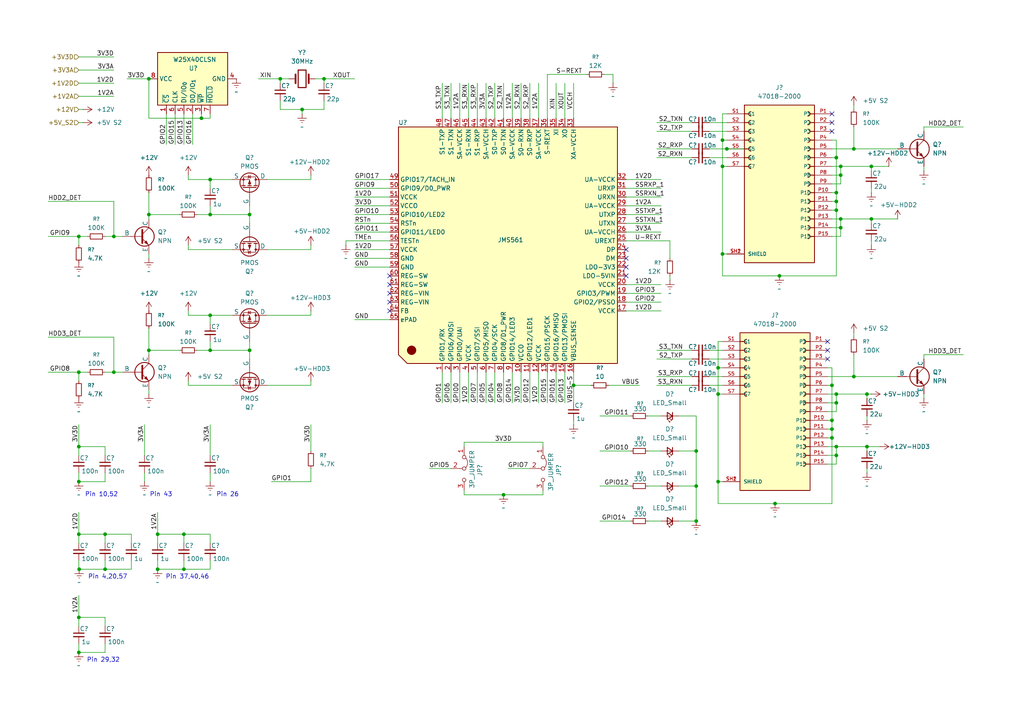
<source format=kicad_sch>
(kicad_sch (version 20250114) (generator "eeschema") (generator_version "9.0")
  (paper "A4")
  (text " Pin 26\n" (at 65.532 143.51 0) (effects (font (size 1.27 1.27))))
  (text "Pin 29,32" (at 29.972 191.516 0) (effects (font (size 1.27 1.27))))
  (text " Pin 43" (at 46.228 143.51 0) (effects (font (size 1.27 1.27))))
  (text "Pin 37,40,46" (at 54.356 167.386 0) (effects (font (size 1.27 1.27))))
  (text "Pin 4,20,57" (at 31.242 167.386 0) (effects (font (size 1.27 1.27))))
  (text " Pin 10,52" (at 28.956 143.51 0) (effects (font (size 1.27 1.27))))
  (junction (at 208.28 139.7))
  (junction (at 43.18 62.23))
  (junction (at 22.86 154.94))
  (junction (at 43.18 22.86))
  (junction (at 22.86 139.7))
  (junction (at 30.48 154.94))
  (junction (at 93.98 22.86))
  (junction (at 22.86 107.95))
  (junction (at 201.93 140.97))
  (junction (at 60.96 101.6))
  (junction (at 22.86 189.23))
  (junction (at 241.3 111.76))
  (junction (at 243.84 63.5))
  (junction (at 201.93 151.13))
  (junction (at 22.86 129.54))
  (junction (at 209.55 48.26))
  (junction (at 209.55 40.64))
  (junction (at 81.28 22.86))
  (junction (at 241.3 121.92))
  (junction (at 226.06 80.01))
  (junction (at 146.05 143.51))
  (junction (at 243.84 66.04))
  (junction (at 22.86 179.07))
  (junction (at 53.34 165.1))
  (junction (at 201.93 130.81))
  (junction (at 53.34 154.94))
  (junction (at 241.3 124.46))
  (junction (at 243.84 50.8))
  (junction (at 208.28 106.68))
  (junction (at 242.57 132.08))
  (junction (at 33.02 107.95))
  (junction (at 43.18 101.6))
  (junction (at 208.28 114.3))
  (junction (at 60.96 52.07))
  (junction (at 252.73 48.26))
  (junction (at 72.39 62.23))
  (junction (at 22.86 68.58))
  (junction (at 251.46 129.54))
  (junction (at 72.39 101.6))
  (junction (at 251.46 114.3))
  (junction (at 252.73 63.5))
  (junction (at 210.82 43.18))
  (junction (at 87.63 31.75))
  (junction (at 60.96 91.44))
  (junction (at 33.02 68.58))
  (junction (at 243.84 48.26))
  (junction (at 242.57 45.72))
  (junction (at 242.57 55.88))
  (junction (at 58.42 34.29))
  (junction (at 209.55 73.66))
  (junction (at 166.37 111.76))
  (junction (at 247.65 43.18))
  (junction (at 242.57 114.3))
  (junction (at 224.79 146.05))
  (junction (at 242.57 129.54))
  (junction (at 45.72 154.94))
  (junction (at 241.3 127))
  (junction (at 22.9625 165.1))
  (junction (at 242.57 116.84))
  (junction (at 242.57 58.42))
  (junction (at 30.48 165.1))
  (junction (at 247.65 109.22))
  (junction (at 60.96 62.23))
  (junction (at 242.57 60.96))
  (junction (at 45.72 165.1))
  (no_connect (at 181.61 72.39))
  (no_connect (at 241.3 38.1))
  (no_connect (at 113.03 85.09))
  (no_connect (at 113.03 80.01))
  (no_connect (at 113.03 87.63))
  (no_connect (at 241.3 33.02))
  (no_connect (at 181.61 77.47))
  (no_connect (at 241.3 35.56))
  (no_connect (at 113.03 82.55))
  (no_connect (at 240.03 104.14))
  (no_connect (at 181.61 80.01))
  (no_connect (at 240.03 99.06))
  (no_connect (at 113.03 90.17))
  (no_connect (at 181.61 74.93))
  (no_connect (at 240.03 101.6))
  (wire (pts (xy 60.96 139.7) (xy 60.96 137.16)))
  (wire (pts (xy 81.28 24.13) (xy 81.28 22.86)))
  (wire (pts (xy 30.48 107.95) (xy 33.02 107.95)))
  (wire (pts (xy 166.37 24.13) (xy 166.37 34.29)))
  (wire (pts (xy 241.3 60.96) (xy 242.57 60.96)))
  (wire (pts (xy 196.85 140.97) (xy 201.93 140.97)))
  (wire (pts (xy 251.46 121.92) (xy 251.46 120.65)))
  (wire (pts (xy 247.65 36.83) (xy 247.65 43.18)))
  (wire (pts (xy 181.61 59.69) (xy 191.77 59.69)))
  (wire (pts (xy 243.84 63.5) (xy 252.73 63.5)))
  (wire (pts (xy 247.65 43.18) (xy 260.35 43.18)))
  (wire (pts (xy 22.86 179.07) (xy 22.86 181.61)))
  (wire (pts (xy 93.98 31.75) (xy 93.98 29.21)))
  (wire (pts (xy 177.8 21.59) (xy 177.8 24.13)))
  (wire (pts (xy 241.3 66.04) (xy 243.84 66.04)))
  (wire (pts (xy 58.42 34.29) (xy 58.42 33.02)))
  (wire (pts (xy 33.02 68.58) (xy 33.02 58.42)))
  (wire (pts (xy 30.48 162.56) (xy 30.48 165.1)))
  (wire (pts (xy 22.86 137.16) (xy 22.86 139.7)))
  (wire (pts (xy 194.31 80.01) (xy 194.31 81.28)))
  (wire (pts (xy 113.03 64.77) (xy 102.87 64.77)))
  (wire (pts (xy 43.18 113.03) (xy 43.18 114.3)))
  (wire (pts (xy 133.35 107.95) (xy 133.35 116.84)))
  (wire (pts (xy 93.98 24.13) (xy 93.98 22.86)))
  (wire (pts (xy 38.1 157.48) (xy 38.1 154.94)))
  (wire (pts (xy 60.96 52.07) (xy 60.96 54.61)))
  (wire (pts (xy 60.96 34.29) (xy 58.42 34.29)))
  (wire (pts (xy 240.03 121.92) (xy 241.3 121.92)))
  (wire (pts (xy 81.28 22.86) (xy 83.82 22.86)))
  (wire (pts (xy 166.37 107.95) (xy 166.37 111.76)))
  (wire (pts (xy 93.98 22.86) (xy 102.87 22.86)))
  (wire (pts (xy 67.31 72.39) (xy 54.61 72.39)))
  (wire (pts (xy 60.96 165.1) (xy 53.34 165.1)))
  (wire (pts (xy 181.61 87.63) (xy 191.77 87.63)))
  (wire (pts (xy 130.81 34.29) (xy 130.81 24.13)))
  (wire (pts (xy 33.02 107.95) (xy 33.02 97.79)))
  (wire (pts (xy 181.61 90.17) (xy 191.77 90.17)))
  (wire (pts (xy 60.96 91.44) (xy 54.61 91.44)))
  (wire (pts (xy 205.74 109.22) (xy 209.55 109.22)))
  (wire (pts (xy 53.34 157.48) (xy 53.34 154.94)))
  (wire (pts (xy 43.18 95.25) (xy 43.18 101.6)))
  (wire (pts (xy 36.83 22.86) (xy 43.18 22.86)))
  (wire (pts (xy 90.17 135.89) (xy 90.17 139.7)))
  (wire (pts (xy 247.65 31.75) (xy 247.65 30.48)))
  (wire (pts (xy 53.34 33.02) (xy 53.34 41.91)))
  (wire (pts (xy 208.28 146.05) (xy 208.28 139.7)))
  (wire (pts (xy 87.63 31.75) (xy 93.98 31.75)))
  (wire (pts (xy 38.1 162.56) (xy 38.1 165.1)))
  (wire (pts (xy 60.96 59.69) (xy 60.96 62.23)))
  (wire (pts (xy 175.26 21.59) (xy 177.8 21.59)))
  (wire (pts (xy 58.42 34.29) (xy 43.18 34.29)))
  (wire (pts (xy 30.48 186.69) (xy 30.48 189.23)))
  (wire (pts (xy 173.99 140.97) (xy 182.88 140.97)))
  (wire (pts (xy 252.73 48.26) (xy 257.81 48.26)))
  (wire (pts (xy 22.9625 165.1) (xy 22.86 165.1)))
  (wire (pts (xy 113.03 52.07) (xy 102.87 52.07)))
  (wire (pts (xy 241.3 43.18) (xy 247.65 43.18)))
  (wire (pts (xy 143.51 107.95) (xy 143.51 116.84)))
  (wire (pts (xy 22.86 16.51) (xy 33.02 16.51)))
  (wire (pts (xy 74.93 22.86) (xy 81.28 22.86)))
  (wire (pts (xy 72.39 101.6) (xy 72.39 104.14)))
  (wire (pts (xy 215.9 43.18) (xy 210.82 43.18)))
  (wire (pts (xy 205.74 38.1) (xy 210.82 38.1)))
  (wire (pts (xy 113.03 54.61) (xy 102.87 54.61)))
  (wire (pts (xy 43.18 73.66) (xy 43.18 74.93)))
  (wire (pts (xy 60.96 52.07) (xy 54.61 52.07)))
  (wire (pts (xy 135.89 107.95) (xy 135.89 116.84)))
  (wire (pts (xy 138.43 107.95) (xy 138.43 116.84)))
  (wire (pts (xy 57.15 101.6) (xy 60.96 101.6)))
  (wire (pts (xy 22.86 31.75) (xy 24.13 31.75)))
  (wire (pts (xy 30.48 132.08) (xy 30.48 129.54)))
  (wire (pts (xy 100.33 71.12) (xy 100.33 69.85)))
  (wire (pts (xy 194.31 74.93) (xy 194.31 69.85)))
  (wire (pts (xy 134.62 143.51) (xy 146.05 143.51)))
  (wire (pts (xy 173.99 120.65) (xy 182.88 120.65)))
  (wire (pts (xy 54.61 50.8) (xy 54.61 52.07)))
  (wire (pts (xy 226.06 80.01) (xy 209.55 80.01)))
  (wire (pts (xy 181.61 64.77) (xy 191.77 64.77)))
  (wire (pts (xy 209.55 48.26) (xy 209.55 73.66)))
  (wire (pts (xy 208.28 139.7) (xy 208.28 114.3)))
  (wire (pts (xy 243.84 50.8) (xy 243.84 48.26)))
  (wire (pts (xy 209.55 99.06) (xy 208.28 99.06)))
  (wire (pts (xy 201.93 120.65) (xy 201.93 130.81)))
  (wire (pts (xy 158.75 21.59) (xy 158.75 34.29)))
  (wire (pts (xy 13.97 97.79) (xy 33.02 97.79)))
  (wire (pts (xy 166.37 123.19) (xy 166.37 121.92)))
  (wire (pts (xy 190.5 109.22) (xy 200.66 109.22)))
  (wire (pts (xy 53.34 154.94) (xy 45.72 154.94)))
  (wire (pts (xy 240.03 127) (xy 241.3 127)))
  (wire (pts (xy 22.86 123.19) (xy 22.86 129.54)))
  (wire (pts (xy 242.57 60.96) (xy 242.57 80.01)))
  (wire (pts (xy 128.27 107.95) (xy 128.27 116.84)))
  (wire (pts (xy 90.17 71.12) (xy 90.17 72.39)))
  (wire (pts (xy 243.84 66.04) (xy 243.84 63.5)))
  (wire (pts (xy 60.96 154.94) (xy 53.34 154.94)))
  (wire (pts (xy 22.86 129.54) (xy 22.86 132.08)))
  (wire (pts (xy 242.57 80.01) (xy 226.06 80.01)))
  (wire (pts (xy 43.18 63.5) (xy 43.18 62.23)))
  (wire (pts (xy 60.96 33.02) (xy 60.96 34.29)))
  (wire (pts (xy 22.86 172.72) (xy 22.86 179.07)))
  (wire (pts (xy 30.48 68.58) (xy 33.02 68.58)))
  (wire (pts (xy 205.74 45.72) (xy 210.82 45.72)))
  (wire (pts (xy 243.84 68.58) (xy 243.84 66.04)))
  (wire (pts (xy 30.48 189.23) (xy 22.86 189.23)))
  (wire (pts (xy 48.26 33.02) (xy 48.26 41.91)))
  (wire (pts (xy 166.37 111.76) (xy 166.37 116.84)))
  (wire (pts (xy 242.57 58.42) (xy 242.57 60.96)))
  (wire (pts (xy 210.82 33.02) (xy 209.55 33.02)))
  (wire (pts (xy 134.62 128.27) (xy 157.48 128.27)))
  (wire (pts (xy 181.61 57.15) (xy 191.77 57.15)))
  (wire (pts (xy 241.3 111.76) (xy 241.3 106.68)))
  (wire (pts (xy 22.86 148.59) (xy 22.86 154.94)))
  (wire (pts (xy 60.96 123.19) (xy 60.96 132.08)))
  (wire (pts (xy 134.62 142.24) (xy 134.62 143.51)))
  (wire (pts (xy 240.03 106.68) (xy 241.3 106.68)))
  (wire (pts (xy 113.03 74.93) (xy 102.87 74.93)))
  (wire (pts (xy 43.18 55.88) (xy 43.18 62.23)))
  (wire (pts (xy 208.28 114.3) (xy 208.28 106.68)))
  (wire (pts (xy 78.74 139.7) (xy 90.17 139.7)))
  (wire (pts (xy 45.72 148.59) (xy 45.72 154.94)))
  (wire (pts (xy 60.96 91.44) (xy 67.31 91.44)))
  (wire (pts (xy 241.3 55.88) (xy 242.57 55.88)))
  (wire (pts (xy 252.73 69.85) (xy 252.73 71.12)))
  (wire (pts (xy 247.65 102.87) (xy 247.65 109.22)))
  (wire (pts (xy 194.31 69.85) (xy 181.61 69.85)))
  (wire (pts (xy 43.18 62.23) (xy 52.07 62.23)))
  (wire (pts (xy 77.47 72.39) (xy 90.17 72.39)))
  (wire (pts (xy 208.28 99.06) (xy 208.28 106.68)))
  (wire (pts (xy 243.84 53.34) (xy 243.84 50.8)))
  (wire (pts (xy 209.55 48.26) (xy 210.82 48.26)))
  (wire (pts (xy 146.05 107.95) (xy 146.05 116.84)))
  (wire (pts (xy 251.46 114.3) (xy 252.73 114.3)))
  (wire (pts (xy 252.73 63.5) (xy 260.35 63.5)))
  (wire (pts (xy 241.3 58.42) (xy 242.57 58.42)))
  (wire (pts (xy 242.57 129.54) (xy 251.46 129.54)))
  (wire (pts (xy 130.81 107.95) (xy 130.81 116.84)))
  (wire (pts (xy 140.97 34.29) (xy 140.97 24.13)))
  (wire (pts (xy 240.03 134.62) (xy 242.57 134.62)))
  (wire (pts (xy 240.03 116.84) (xy 242.57 116.84)))
  (wire (pts (xy 208.28 106.68) (xy 209.55 106.68)))
  (wire (pts (xy 148.59 34.29) (xy 148.59 24.13)))
  (wire (pts (xy 196.85 120.65) (xy 201.93 120.65)))
  (wire (pts (xy 267.97 102.87) (xy 279.4 102.87)))
  (wire (pts (xy 209.55 139.7) (xy 208.28 139.7)))
  (wire (pts (xy 156.21 34.29) (xy 156.21 24.13)))
  (wire (pts (xy 241.3 63.5) (xy 243.84 63.5)))
  (wire (pts (xy 181.61 52.07) (xy 191.77 52.07)))
  (wire (pts (xy 163.83 107.95) (xy 163.83 116.84)))
  (wire (pts (xy 209.55 80.01) (xy 209.55 73.66)))
  (wire (pts (xy 251.46 130.81) (xy 251.46 129.54)))
  (wire (pts (xy 241.3 146.05) (xy 224.79 146.05)))
  (wire (pts (xy 128.27 34.29) (xy 128.27 24.13)))
  (wire (pts (xy 187.96 140.97) (xy 191.77 140.97)))
  (wire (pts (xy 81.28 31.75) (xy 87.63 31.75)))
  (wire (pts (xy 77.47 52.07) (xy 90.17 52.07)))
  (wire (pts (xy 22.86 20.32) (xy 33.02 20.32)))
  (wire (pts (xy 161.29 107.95) (xy 161.29 116.84)))
  (wire (pts (xy 187.96 151.13) (xy 191.77 151.13)))
  (wire (pts (xy 45.72 154.94) (xy 45.72 157.48)))
  (wire (pts (xy 181.61 67.31) (xy 191.77 67.31)))
  (wire (pts (xy 43.18 101.6) (xy 52.07 101.6)))
  (wire (pts (xy 210.82 73.66) (xy 209.55 73.66)))
  (wire (pts (xy 90.17 110.49) (xy 90.17 111.76)))
  (wire (pts (xy 72.39 62.23) (xy 72.39 59.69)))
  (wire (pts (xy 181.61 62.23) (xy 191.77 62.23)))
  (wire (pts (xy 90.17 123.19) (xy 90.17 130.81)))
  (wire (pts (xy 22.86 107.95) (xy 25.4 107.95)))
  (wire (pts (xy 133.35 34.29) (xy 133.35 24.13)))
  (wire (pts (xy 130.81 135.89) (xy 124.46 135.89)))
  (wire (pts (xy 240.03 124.46) (xy 241.3 124.46)))
  (wire (pts (xy 22.86 24.13) (xy 33.02 24.13)))
  (wire (pts (xy 190.5 45.72) (xy 200.66 45.72)))
  (wire (pts (xy 173.99 151.13) (xy 182.88 151.13)))
  (wire (pts (xy 243.84 48.26) (xy 252.73 48.26)))
  (wire (pts (xy 161.29 34.29) (xy 161.29 24.13)))
  (wire (pts (xy 156.21 107.95) (xy 156.21 116.84)))
  (wire (pts (xy 157.48 143.51) (xy 157.48 142.24)))
  (wire (pts (xy 30.48 165.1) (xy 22.9625 165.1)))
  (wire (pts (xy 251.46 129.54) (xy 255.27 129.54)))
  (wire (pts (xy 241.3 121.92) (xy 241.3 124.46)))
  (wire (pts (xy 190.5 104.14) (xy 200.66 104.14)))
  (wire (pts (xy 91.44 22.86) (xy 93.98 22.86)))
  (wire (pts (xy 41.91 123.19) (xy 41.91 132.08)))
  (wire (pts (xy 30.48 157.48) (xy 30.48 154.94)))
  (wire (pts (xy 201.93 151.13) (xy 196.85 151.13)))
  (wire (pts (xy 267.97 38.1) (xy 267.97 36.83)))
  (wire (pts (xy 135.89 34.29) (xy 135.89 24.13)))
  (wire (pts (xy 30.48 137.16) (xy 30.48 139.7)))
  (wire (pts (xy 241.3 48.26) (xy 243.84 48.26)))
  (wire (pts (xy 77.47 111.76) (xy 90.17 111.76)))
  (wire (pts (xy 54.61 71.12) (xy 54.61 72.39)))
  (wire (pts (xy 53.34 165.1) (xy 45.72 165.1)))
  (wire (pts (xy 60.96 162.56) (xy 60.96 165.1)))
  (wire (pts (xy 210.82 40.64) (xy 209.55 40.64)))
  (wire (pts (xy 158.75 107.95) (xy 158.75 116.84)))
  (wire (pts (xy 251.46 115.57) (xy 251.46 114.3)))
  (wire (pts (xy 30.48 181.61) (xy 30.48 179.07)))
  (wire (pts (xy 100.33 69.85) (xy 113.03 69.85)))
  (wire (pts (xy 140.97 107.95) (xy 140.97 116.84)))
  (wire (pts (xy 241.3 127) (xy 241.3 146.05)))
  (wire (pts (xy 241.3 50.8) (xy 243.84 50.8)))
  (wire (pts (xy 113.03 57.15) (xy 102.87 57.15)))
  (wire (pts (xy 181.61 82.55) (xy 191.77 82.55)))
  (wire (pts (xy 146.05 143.51) (xy 157.48 143.51)))
  (wire (pts (xy 242.57 55.88) (xy 242.57 58.42)))
  (wire (pts (xy 22.86 35.56) (xy 24.13 35.56)))
  (wire (pts (xy 87.63 31.75) (xy 87.63 33.02)))
  (wire (pts (xy 252.73 64.77) (xy 252.73 63.5)))
  (wire (pts (xy 181.61 54.61) (xy 191.77 54.61)))
  (wire (pts (xy 90.17 50.8) (xy 90.17 52.07)))
  (wire (pts (xy 43.18 102.87) (xy 43.18 101.6)))
  (wire (pts (xy 60.96 62.23) (xy 72.39 62.23)))
  (wire (pts (xy 60.96 157.48) (xy 60.96 154.94)))
  (wire (pts (xy 267.97 114.3) (xy 267.97 115.57)))
  (wire (pts (xy 252.73 55.88) (xy 252.73 54.61)))
  (wire (pts (xy 242.57 119.38) (xy 242.57 116.84)))
  (wire (pts (xy 190.5 111.76) (xy 200.66 111.76)))
  (wire (pts (xy 151.13 34.29) (xy 151.13 24.13)))
  (wire (pts (xy 224.79 146.05) (xy 208.28 146.05)))
  (wire (pts (xy 22.86 68.58) (xy 25.4 68.58)))
  (wire (pts (xy 30.48 129.54) (xy 22.86 129.54)))
  (wire (pts (xy 181.61 85.09) (xy 191.77 85.09)))
  (wire (pts (xy 45.72 162.56) (xy 45.72 165.1)))
  (wire (pts (xy 41.91 139.7) (xy 41.91 137.16)))
  (wire (pts (xy 22.86 154.94) (xy 22.86 157.48)))
  (wire (pts (xy 173.99 130.81) (xy 182.88 130.81)))
  (wire (pts (xy 55.88 33.02) (xy 55.88 41.91)))
  (wire (pts (xy 171.45 111.76) (xy 166.37 111.76)))
  (wire (pts (xy 38.1 154.94) (xy 30.48 154.94)))
  (wire (pts (xy 209.55 40.64) (xy 209.55 48.26)))
  (wire (pts (xy 13.97 68.58) (xy 22.86 68.58)))
  (wire (pts (xy 241.3 124.46) (xy 241.3 127)))
  (wire (pts (xy 201.93 130.81) (xy 201.93 140.97)))
  (wire (pts (xy 90.17 90.17) (xy 90.17 91.44)))
  (wire (pts (xy 240.03 132.08) (xy 242.57 132.08)))
  (wire (pts (xy 242.57 116.84) (xy 242.57 114.3)))
  (wire (pts (xy 190.5 43.18) (xy 200.66 43.18)))
  (wire (pts (xy 60.96 91.44) (xy 60.96 93.98)))
  (wire (pts (xy 240.03 119.38) (xy 242.57 119.38)))
  (wire (pts (xy 22.86 186.69) (xy 22.86 189.23)))
  (wire (pts (xy 30.48 139.7) (xy 22.86 139.7)))
  (wire (pts (xy 147.32 135.89) (xy 153.67 135.89)))
  (wire (pts (xy 205.74 104.14) (xy 209.55 104.14)))
  (wire (pts (xy 67.31 111.76) (xy 54.61 111.76)))
  (wire (pts (xy 43.18 34.29) (xy 43.18 22.86)))
  (wire (pts (xy 240.03 129.54) (xy 242.57 129.54)))
  (wire (pts (xy 267.97 48.26) (xy 267.97 49.53)))
  (wire (pts (xy 30.48 179.07) (xy 22.86 179.07)))
  (wire (pts (xy 240.03 109.22) (xy 247.65 109.22)))
  (wire (pts (xy 13.97 107.95) (xy 22.86 107.95)))
  (wire (pts (xy 176.53 111.76) (xy 185.42 111.76)))
  (wire (pts (xy 134.62 129.54) (xy 134.62 128.27)))
  (wire (pts (xy 163.83 34.29) (xy 163.83 24.13)))
  (wire (pts (xy 22.86 162.56) (xy 22.86 165.1)))
  (wire (pts (xy 113.03 67.31) (xy 102.87 67.31)))
  (wire (pts (xy 242.57 114.3) (xy 251.46 114.3)))
  (wire (pts (xy 242.57 132.08) (xy 242.57 129.54)))
  (wire (pts (xy 72.39 62.23) (xy 72.39 64.77)))
  (wire (pts (xy 77.47 91.44) (xy 90.17 91.44)))
  (wire (pts (xy 201.93 140.97) (xy 201.93 151.13)))
  (wire (pts (xy 241.3 68.58) (xy 243.84 68.58)))
  (wire (pts (xy 267.97 104.14) (xy 267.97 102.87)))
  (wire (pts (xy 205.74 111.76) (xy 209.55 111.76)))
  (wire (pts (xy 196.85 130.81) (xy 201.93 130.81)))
  (wire (pts (xy 57.15 62.23) (xy 60.96 62.23)))
  (wire (pts (xy 242.57 134.62) (xy 242.57 132.08)))
  (wire (pts (xy 22.86 27.94) (xy 33.02 27.94)))
  (wire (pts (xy 113.03 62.23) (xy 102.87 62.23)))
  (wire (pts (xy 60.96 99.06) (xy 60.96 101.6)))
  (wire (pts (xy 38.1 165.1) (xy 30.48 165.1)))
  (wire (pts (xy 209.55 33.02) (xy 209.55 40.64)))
  (wire (pts (xy 190.5 38.1) (xy 200.66 38.1)))
  (wire (pts (xy 138.43 34.29) (xy 138.43 24.13)))
  (wire (pts (xy 81.28 29.21) (xy 81.28 31.75)))
  (wire (pts (xy 33.02 107.95) (xy 35.56 107.95)))
  (wire (pts (xy 72.39 101.6) (xy 72.39 99.06)))
  (wire (pts (xy 242.57 45.72) (xy 242.57 55.88)))
  (wire (pts (xy 53.34 162.56) (xy 53.34 165.1)))
  (wire (pts (xy 267.97 36.83) (xy 279.4 36.83)))
  (wire (pts (xy 148.59 107.95) (xy 148.59 116.84)))
  (wire (pts (xy 60.96 52.07) (xy 67.31 52.07)))
  (wire (pts (xy 113.03 59.69) (xy 102.87 59.69)))
  (wire (pts (xy 247.65 109.22) (xy 260.35 109.22)))
  (wire (pts (xy 158.75 21.59) (xy 170.18 21.59)))
  (wire (pts (xy 33.02 68.58) (xy 35.56 68.58)))
  (wire (pts (xy 209.55 114.3) (xy 208.28 114.3)))
  (wire (pts (xy 113.03 92.71) (xy 102.87 92.71)))
  (wire (pts (xy 153.67 34.29) (xy 153.67 24.13)))
  (wire (pts (xy 22.86 110.49) (xy 22.86 107.95)))
  (wire (pts (xy 153.67 107.95) (xy 153.67 116.84)))
  (wire (pts (xy 241.3 53.34) (xy 243.84 53.34)))
  (wire (pts (xy 146.05 34.29) (xy 146.05 24.13)))
  (wire (pts (xy 13.97 58.42) (xy 33.02 58.42)))
  (wire (pts (xy 54.61 90.17) (xy 54.61 91.44)))
  (wire (pts (xy 113.03 77.47) (xy 102.87 77.47)))
  (wire (pts (xy 205.74 35.56) (xy 210.82 35.56)))
  (wire (pts (xy 190.5 35.56) (xy 200.66 35.56)))
  (wire (pts (xy 240.03 114.3) (xy 242.57 114.3)))
  (wire (pts (xy 190.5 101.6) (xy 200.66 101.6)))
  (wire (pts (xy 241.3 45.72) (xy 242.57 45.72)))
  (wire (pts (xy 187.96 120.65) (xy 191.77 120.65)))
  (wire (pts (xy 252.73 49.53) (xy 252.73 48.26)))
  (wire (pts (xy 241.3 111.76) (xy 241.3 121.92)))
  (wire (pts (xy 113.03 72.39) (xy 102.87 72.39)))
  (wire (pts (xy 241.3 40.64) (xy 242.57 40.64)))
  (wire (pts (xy 157.48 128.27) (xy 157.48 129.54)))
  (wire (pts (xy 30.48 154.94) (xy 22.86 154.94)))
  (wire (pts (xy 247.65 97.79) (xy 247.65 96.52)))
  (wire (pts (xy 205.74 43.18) (xy 210.82 43.18)))
  (wire (pts (xy 251.46 135.89) (xy 251.46 137.16)))
  (wire (pts (xy 54.61 110.49) (xy 54.61 111.76)))
  (wire (pts (xy 240.03 111.76) (xy 241.3 111.76)))
  (wire (pts (xy 22.86 71.12) (xy 22.86 68.58)))
  (wire (pts (xy 151.13 107.95) (xy 151.13 116.84)))
  (wire (pts (xy 60.96 101.6) (xy 72.39 101.6)))
  (wire (pts (xy 205.74 101.6) (xy 209.55 101.6)))
  (wire (pts (xy 50.8 33.02) (xy 50.8 41.91)))
  (wire (pts (xy 187.96 130.81) (xy 191.77 130.81)))
  (wire (pts (xy 242.57 45.72) (xy 242.57 40.64)))
  (wire (pts (xy 143.51 34.29) (xy 143.51 24.13)))
  (label "HDD3_DET" (at 269.24 102.87 0))
  (label "GPIO16" (at 55.88 41.91 90))
  (label "GPIO10" (at 175.26 130.81 0))
  (label "3V3A" (at 41.91 128.27 90))
  (label "S2_TXN" (at 146.05 31.75 90))
  (label "VBUS-S" (at 166.37 116.84 90))
  (label "GPIO13" (at 53.34 41.91 90))
  (label "1V2D" (at 156.21 116.84 90))
  (label "1V2D" (at 22.86 153.67 90))
  (label "SSTXN_1" (at 184.15 64.77 0))
  (label "1V2A" (at 45.72 153.67 90))
  (label "U-REXT" (at 184.15 69.85 0))
  (label "3V3D" (at 151.13 116.84 90))
  (label "1V2D" (at 184.15 52.07 0))
  (label "GPIO2" (at 184.15 87.63 0))
  (label "S3_RXP" (at 138.43 31.75 90))
  (label "SSTXP_1" (at 184.15 62.23 0))
  (label "GPIO11" (at 102.87 67.31 0))
  (label "3V3D" (at 90.17 128.27 90))
  (label "GPIO16" (at 161.29 116.84 90))
  (label "VBUS" (at 185.42 111.76 180))
  (label "GPIO5" (at 140.97 116.84 90))
  (label "3V3D" (at 41.91 22.86 180))
  (label "S2_TXP" (at 198.12 38.1 180))
  (label "S2_RXP" (at 198.12 43.18 180))
  (label "GPIO9" (at 102.87 54.61 0))
  (label "S3_TXN" (at 198.12 101.6 180))
  (label "GPIO4" (at 143.51 116.84 90))
  (label "GPIO7" (at 138.43 116.84 90))
  (label "1V2D" (at 102.87 72.39 0))
  (label "S3_TXN" (at 130.81 31.75 90))
  (label "3V3A" (at 184.15 67.31 0))
  (label "RSTn" (at 102.87 64.77 0))
  (label "S-REXT" (at 161.29 21.59 0))
  (label "3V3A" (at 33.02 20.32 180))
  (label "GPIO3" (at 184.15 85.09 0))
  (label "1V2A" (at 133.35 31.75 90))
  (label "TMEn" (at 102.87 69.85 0))
  (label "1V2A" (at 156.21 31.75 90))
  (label "XOUT" (at 163.83 31.75 90))
  (label "1V2A" (at 22.86 177.8 90))
  (label "1V2D" (at 102.87 57.15 0))
  (label "GPIO6" (at 130.81 116.84 90))
  (label "GPIO15" (at 158.75 116.84 90))
  (label "GPIO13" (at 163.83 116.84 90))
  (label "1V2A" (at 33.02 27.94 180))
  (label "GPIO8" (at 20.32 107.95 180))
  (label "HDD2_DET" (at 13.97 58.42 0))
  (label "SSRXN_1" (at 184.15 57.15 0))
  (label "3V3D" (at 33.02 16.51 180))
  (label "GPIO12" (at 175.26 140.97 0))
  (label "GPIO8" (at 146.05 116.84 90))
  (label "XIN" (at 161.29 31.75 90))
  (label "GPIO10" (at 102.87 62.23 0))
  (label "S2_TXN" (at 198.12 35.56 180))
  (label "GPIO5" (at 124.46 135.89 0))
  (label "S3_TXP" (at 128.27 31.75 90))
  (label "S3_RXN" (at 198.12 111.76 180))
  (label "S2_TXP" (at 198.12 104.14 180))
  (label "GPIO9" (at 20.32 68.58 180))
  (label "HDD3_DET" (at 13.97 97.79 0))
  (label "1V2D" (at 184.15 82.55 0))
  (label "GPIO15" (at 50.8 41.91 90))
  (label "GPIO14" (at 148.59 116.84 90))
  (label "3V3D" (at 22.86 128.27 90))
  (label "3V3A" (at 60.96 128.27 90))
  (label "S2_RXN" (at 151.13 31.75 90))
  (label "1V2A" (at 184.15 59.69 0))
  (label "VCCH" (at 166.37 31.75 90))
  (label "GND" (at 102.87 74.93 0))
  (label "GND" (at 102.87 77.47 0))
  (label "S3_RXN" (at 135.89 31.75 90))
  (label "XOUT" (at 101.6 22.86 180))
  (label "XIN" (at 78.74 22.86 180))
  (label "GND" (at 102.87 92.71 0))
  (label "3V3A" (at 140.97 31.75 90))
  (label "1V2A" (at 148.59 31.75 90))
  (label "HDD2_DET" (at 269.24 36.83 0))
  (label "GPIO17" (at 102.87 52.07 0))
  (label "SSRXP_1" (at 184.15 54.61 0))
  (label "GPIO1" (at 128.27 116.84 90))
  (label "3V3D" (at 102.87 59.69 0))
  (label "3V3D" (at 143.51 128.27 0))
  (label "S3_RXP" (at 198.12 109.22 180))
  (label "GPIO12" (at 153.67 116.84 90))
  (label "1V2D" (at 33.02 24.13 180))
  (label "GPIO14" (at 181.61 151.13 180))
  (label "GPIO2" (at 48.26 41.91 90))
  (label "GPIO11" (at 175.26 120.65 0))
  (label "S2_TXP" (at 143.51 31.75 90))
  (label "1V2D" (at 135.89 116.84 90))
  (label "GPIO1" (at 78.74 139.7 0))
  (label "1V2D" (at 184.15 90.17 0))
  (label "GPIO7" (at 147.32 135.89 0))
  (label "S2_RXP" (at 153.67 31.75 90))
  (label "S2_RXN" (at 198.12 45.72 180))
  (label "GPIO0" (at 133.35 116.84 90))
  (hierarchical_label "+3V3D" (shape input) (at 22.86 16.51 180))
  (hierarchical_label "+1V2A" (shape input) (at 22.86 27.94 180))
  (hierarchical_label "+3V3A" (shape input) (at 22.86 20.32 180))
  (hierarchical_label "+12V" (shape input) (at 22.86 31.75 180))
  (hierarchical_label "+5V_S2" (shape input) (at 22.86 35.56 180))
  (hierarchical_label "+1V2D" (shape input) (at 22.86 24.13 180))
  (symbol (lib_id "power:Earth") (at 41.91 139.7 0) (unit 1)
    (property "Reference" "#PWR0144" (effects (hide yes)))
    (property "Value" "~" (at 41.91 143.51 0))
    (property "Description" "Power symbol creates a global label with name \"Earth\"" (effects (hide yes)))
  )
  (symbol (lib_id "Simulation_SPICE:NPN") (at 265.43 43.18 0) (unit 1)
    (property "Reference" "Q?" (at 270.51 41.9099 0) (effects (justify left)))
    (property "Value" "NPN" (at 270.51 44.4499 0) (effects (justify left)))
    (property "Datasheet" "https://ngspice.sourceforge.io/docs/ngspice-html-manual/manual.xhtml#cha_BJTs" (effects (hide yes)))
    (property "Description" "Bipolar transistor symbol for simulation only, substrate tied to the emitter" (effects (hide yes)))
    (property "Sim.Device" "NPN" (effects (hide yes)))
    (property "Sim.Type" "GUMMELPOON" (effects (hide yes)))
    (property "Sim.Pins" "1=C 2=B 3=E" (effects (hide yes)))
  )
  (symbol (lib_id "Device:R_Small") (at 54.61 101.6 90) (unit 1)
    (property "Reference" "R?" (at 54.61 96.52 90) (effects (font (size 1.016 1.016))))
    (property "Value" "100K" (at 54.61 99.06 90))
    (property "Description" "Resistor, small symbol" (effects (hide yes)))
  )
  (symbol (lib_id "power:+12V") (at 252.73 114.3 270) (mirror x) (unit 1)
    (property "Reference" "#PWR031" (effects (hide yes)))
    (property "Value" "+5V-HDD3" (at 266.7 114.3 90) (effects (justify right)))
    (property "Description" "Power symbol creates a global label with name \"+12V\"" (effects (hide yes)))
  )
  (symbol (lib_id "power:Earth") (at 43.18 74.93 0) (unit 1)
    (property "Reference" "#PWR0110" (effects (hide yes)))
    (property "Value" "~" (at 43.18 78.74 0))
    (property "Description" "Power symbol creates a global label with name \"Earth\"" (effects (hide yes)))
  )
  (symbol (lib_id "power:Earth") (at 224.79 146.05 0) (unit 1)
    (property "Reference" "#PWR0129" (effects (hide yes)))
    (property "Value" "~" (at 224.79 149.86 0))
    (property "Description" "Power symbol creates a global label with name \"Earth\"" (effects (hide yes)))
  )
  (symbol (lib_id "Simulation_SPICE:NPN") (at 40.64 68.58 0) (unit 1)
    (property "Reference" "Q?" (at 45.72 67.3099 0) (effects (justify left)))
    (property "Value" "NPN" (at 45.72 69.8499 0) (effects (justify left)))
    (property "Datasheet" "https://ngspice.sourceforge.io/docs/ngspice-html-manual/manual.xhtml#cha_BJTs" (effects (hide yes)))
    (property "Description" "Bipolar transistor symbol for simulation only, substrate tied to the emitter" (effects (hide yes)))
    (property "Sim.Device" "NPN" (effects (hide yes)))
    (property "Sim.Type" "GUMMELPOON" (effects (hide yes)))
    (property "Sim.Pins" "1=C 2=B 3=E" (effects (hide yes)))
  )
  (symbol (lib_id "Device:LED_Small") (at 194.31 130.81 180) (unit 1)
    (property "Reference" "D?" (at 194.2465 124.46 0))
    (property "Value" "LED_Small" (at 194.2465 127 0))
    (property "Description" "Light emitting diode, small symbol" (effects (hide yes)))
    (property "Sim.Pin" "1=K 2=A" (effects (hide yes)))
  )
  (symbol (lib_id "Device:C_Small") (at 251.46 118.11 0) (unit 1)
    (property "Reference" "C?" (at 251.714 116.332 0) (effects (justify left)))
    (property "Value" "22u" (at 252.222 120.142 0) (effects (justify left)))
    (property "Description" "Unpolarized capacitor, small symbol" (effects (hide yes)))
  )
  (symbol (lib_id "Device:C_Small") (at 93.98 26.67 0) (unit 1)
    (property "Reference" "C?" (at 94.234 24.892 0) (effects (justify left)))
    (property "Value" "22p" (at 94.742 28.702 0) (effects (justify left)))
    (property "Description" "Unpolarized capacitor, small symbol" (effects (hide yes)))
  )
  (symbol (lib_id "Device:C_Small") (at 53.34 160.02 0) (unit 1)
    (property "Reference" "C?" (at 53.594 158.242 0) (effects (justify left)))
    (property "Value" "100n" (at 54.102 162.052 0) (effects (justify left)))
    (property "Description" "Unpolarized capacitor, small symbol" (effects (hide yes)))
  )
  (symbol (lib_id "power:Earth") (at 22.9625 165.1 0) (unit 1)
    (property "Reference" "#PWR0146" (effects (hide yes)))
    (property "Value" "~" (at 22.9625 168.91 0))
    (property "Description" "Power symbol creates a global label with name \"Earth\"" (effects (hide yes)))
  )
  (symbol (lib_id "Device:C_Small") (at 22.86 160.02 0) (unit 1)
    (property "Reference" "C?" (at 23.114 158.242 0) (effects (justify left)))
    (property "Value" "100n" (at 23.622 162.052 0) (effects (justify left)))
    (property "Description" "Unpolarized capacitor, small symbol" (effects (hide yes)))
  )
  (symbol (lib_id "Device:R_Small") (at 185.42 120.65 90) (unit 1)
    (property "Reference" "R?" (at 185.674 117.094 90) (effects (font (size 1.016 1.016))))
    (property "Value" "330" (at 185.674 118.618 90))
    (property "Description" "Resistor, small symbol" (effects (hide yes)))
  )
  (symbol (lib_id "power:+12V") (at 257.81 48.26 0) (mirror y) (unit 1)
    (property "Reference" "#PWR0100" (effects (hide yes)))
    (property "Value" "+12V-HDD2" (at 251.46 44.45 0) (effects (justify right)))
    (property "Description" "Power symbol creates a global label with name \"+12V\"" (effects (hide yes)))
  )
  (symbol (lib_id "Device:R_Small") (at 185.42 151.13 90) (unit 1)
    (property "Reference" "R?" (at 185.674 147.574 90) (effects (font (size 1.016 1.016))))
    (property "Value" "330" (at 185.674 149.098 90))
    (property "Description" "Resistor, small symbol" (effects (hide yes)))
  )
  (symbol (lib_id "power:+12V") (at 90.17 110.49 0) (mirror y) (unit 1)
    (property "Reference" "#PWR0122" (effects (hide yes)))
    (property "Value" "+5V-HDD3" (at 85.09 106.934 0) (effects (justify right)))
    (property "Description" "Power symbol creates a global label with name \"+12V\"" (effects (hide yes)))
  )
  (symbol (lib_id "Device:C_Small") (at 45.72 160.02 0) (unit 1)
    (property "Reference" "C?" (at 45.974 158.242 0) (effects (justify left)))
    (property "Value" "1u" (at 46.482 162.052 0) (effects (justify left)))
    (property "Description" "Unpolarized capacitor, small symbol" (effects (hide yes)))
  )
  (symbol (lib_id "Device:C_Small") (at 30.48 160.02 0) (unit 1)
    (property "Reference" "C?" (at 30.734 158.242 0) (effects (justify left)))
    (property "Value" "100n" (at 31.242 162.052 0) (effects (justify left)))
    (property "Description" "Unpolarized capacitor, small symbol" (effects (hide yes)))
  )
  (symbol (lib_id "Device:C_Small") (at 60.96 57.15 0) (unit 1)
    (property "Reference" "C?" (at 61.214 55.372 0) (effects (justify left)))
    (property "Value" "1u" (at 61.722 59.182 0) (effects (justify left)))
    (property "Description" "Unpolarized capacitor, small symbol" (effects (hide yes)))
  )
  (symbol (lib_id "power:Earth") (at 100.33 71.12 0) (unit 1)
    (property "Reference" "#PWR0123" (effects (hide yes)))
    (property "Value" "~" (at 100.33 74.93 0))
    (property "Description" "Power symbol creates a global label with name \"Earth\"" (effects (hide yes)))
  )
  (symbol (lib_id "Device:C_Small") (at 203.2 101.6 90) (unit 1)
    (property "Reference" "C?" (at 202.184 100.584 90) (effects (justify left)))
    (property "Value" "10n" (at 207.772 100.584 90) (effects (justify left)))
    (property "Description" "Unpolarized capacitor, small symbol" (effects (hide yes)))
  )
  (symbol (lib_id "Device:R_Small") (at 22.86 113.03 0) (unit 1)
    (property "Reference" "R?" (at 25.4 111.7599 0) (effects (font (size 1.016 1.016)) (justify left)))
    (property "Value" "4.7K" (at 25.4 114.2999 0) (effects (justify left)))
    (property "Description" "Resistor, small symbol" (effects (hide yes)))
  )
  (symbol (lib_id "Device:C_Small") (at 203.2 111.76 90) (mirror x) (unit 1)
    (property "Reference" "C?" (at 202.184 113.03 90) (effects (justify left)))
    (property "Value" "10n" (at 207.772 113.03 90) (effects (justify left)))
    (property "Description" "Unpolarized capacitor, small symbol" (effects (hide yes)))
  )
  (symbol (lib_id "Simulation_SPICE:PMOS") (at 72.39 69.85 270) (unit 1)
    (property "Reference" "Q?" (at 72.39 78.74 90))
    (property "Value" "PMOS" (at 72.39 76.2 90))
    (property "Datasheet" "https://ngspice.sourceforge.io/docs/ngspice-html-manual/manual.xhtml#cha_MOSFETs" (effects (hide yes)))
    (property "Description" "P-MOSFET transistor, drain/source/gate" (effects (hide yes)))
    (property "Sim.Device" "PMOS" (effects (hide yes)))
    (property "Sim.Type" "VDMOS" (effects (hide yes)))
    (property "Sim.Pins" "1=D 2=G 3=S" (effects (hide yes)))
  )
  (symbol (lib_id "Device:R_Small") (at 185.42 130.81 90) (unit 1)
    (property "Reference" "R?" (at 185.674 127.254 90) (effects (font (size 1.016 1.016))))
    (property "Value" "330" (at 185.674 128.778 90))
    (property "Description" "Resistor, small symbol" (effects (hide yes)))
  )
  (symbol (lib_id "Device:C_Small") (at 252.73 52.07 0) (unit 1)
    (property "Reference" "C?" (at 252.984 50.292 0) (effects (justify left)))
    (property "Value" "22u" (at 253.492 54.102 0) (effects (justify left)))
    (property "Description" "Unpolarized capacitor, small symbol" (effects (hide yes)))
  )
  (symbol (lib_id "Device:C_Small") (at 60.96 160.02 0) (unit 1)
    (property "Reference" "C?" (at 61.214 158.242 0) (effects (justify left)))
    (property "Value" "100n" (at 61.722 162.052 0) (effects (justify left)))
    (property "Description" "Unpolarized capacitor, small symbol" (effects (hide yes)))
  )
  (symbol (lib_id "power:Earth") (at 45.72 165.1 0) (unit 1)
    (property "Reference" "#PWR0147" (effects (hide yes)))
    (property "Value" "~" (at 45.72 168.91 0))
    (property "Description" "Power symbol creates a global label with name \"Earth\"" (effects (hide yes)))
  )
  (symbol (lib_id "Device:R_Small") (at 27.94 68.58 270) (unit 1)
    (property "Reference" "R?" (at 27.94 63.5 90) (effects (font (size 1.016 1.016))))
    (property "Value" "100K" (at 27.94 66.04 90))
    (property "Description" "Resistor, small symbol" (effects (hide yes)))
  )
  (symbol (lib_id "Device:C_Small") (at 30.48 134.62 0) (unit 1)
    (property "Reference" "C?" (at 30.734 132.842 0) (effects (justify left)))
    (property "Value" "100n" (at 31.242 136.652 0) (effects (justify left)))
    (property "Description" "Unpolarized capacitor, small symbol" (effects (hide yes)))
  )
  (symbol (lib_id "Device:R_Small") (at 43.18 92.71 180) (unit 1)
    (property "Reference" "R?" (at 45.72 91.4399 0) (effects (font (size 1.016 1.016)) (justify right)))
    (property "Value" "100K" (at 45.72 93.9799 0) (effects (justify right)))
    (property "Description" "Resistor, small symbol" (effects (hide yes)))
  )
  (symbol (lib_id "Device:C_Small") (at 60.96 134.62 0) (unit 1)
    (property "Reference" "C?" (at 61.214 132.842 0) (effects (justify left)))
    (property "Value" "100n" (at 61.722 136.652 0) (effects (justify left)))
    (property "Description" "Unpolarized capacitor, small symbol" (effects (hide yes)))
  )
  (symbol (lib_id "Device:C_Small") (at 203.2 45.72 90) (mirror x) (unit 1)
    (property "Reference" "C?" (at 202.184 46.99 90) (effects (justify left)))
    (property "Value" "10n" (at 207.772 46.99 90) (effects (justify left)))
    (property "Description" "Unpolarized capacitor, small symbol" (effects (hide yes)))
  )
  (symbol (lib_id "Simulation_SPICE:PMOS") (at 72.39 109.22 270) (unit 1)
    (property "Reference" "Q?" (at 72.39 118.11 90))
    (property "Value" "PMOS" (at 72.39 115.57 90))
    (property "Datasheet" "https://ngspice.sourceforge.io/docs/ngspice-html-manual/manual.xhtml#cha_MOSFETs" (effects (hide yes)))
    (property "Description" "P-MOSFET transistor, drain/source/gate" (effects (hide yes)))
    (property "Sim.Device" "PMOS" (effects (hide yes)))
    (property "Sim.Type" "VDMOS" (effects (hide yes)))
    (property "Sim.Pins" "1=D 2=G 3=S" (effects (hide yes)))
  )
  (symbol (lib_id "power:Earth") (at 22.86 189.23 0) (unit 1)
    (property "Reference" "#PWR0148" (effects (hide yes)))
    (property "Value" "~" (at 22.86 193.04 0))
    (property "Description" "Power symbol creates a global label with name \"Earth\"" (effects (hide yes)))
  )
  (symbol (lib_id "Device:R_Small") (at 247.65 100.33 0) (unit 1)
    (property "Reference" "R?" (at 250.19 99.0599 0) (effects (font (size 1.016 1.016)) (justify left)))
    (property "Value" "100K" (at 250.19 101.5999 0) (effects (justify left)))
    (property "Description" "Resistor, small symbol" (effects (hide yes)))
  )
  (symbol (lib_id "power:Earth") (at 201.93 151.13 0) (unit 1)
    (property "Reference" "#PWR0127" (effects (hide yes)))
    (property "Value" "~" (at 201.93 154.94 0))
    (property "Description" "Power symbol creates a global label with name \"Earth\"" (effects (hide yes)))
  )
  (symbol (lib_id "power:+12V") (at 54.61 90.17 0) (unit 1)
    (property "Reference" "#PWR0115" (effects (hide yes)))
    (property "Value" "+12V" (at 54.61 85.09 0))
    (property "Description" "Power symbol creates a global label with name \"+12V\"" (effects (hide yes)))
  )
  (symbol (lib_id "power:+12V") (at 24.13 31.75 270) (unit 1)
    (property "Reference" "#PWR0107" (effects (hide yes)))
    (property "Value" "+12V" (at 27.94 31.7499 90) (effects (justify left)))
    (property "Description" "Power symbol creates a global label with name \"+12V\"" (effects (hide yes)))
  )
  (symbol (lib_id "power:Earth") (at 226.06 80.01 0) (unit 1)
    (property "Reference" "#PWR0130" (effects (hide yes)))
    (property "Value" "~" (at 226.06 83.82 0))
    (property "Description" "Power symbol creates a global label with name \"Earth\"" (effects (hide yes)))
  )
  (symbol (lib_id "Device:C_Small") (at 60.96 96.52 0) (unit 1)
    (property "Reference" "C?" (at 61.214 94.742 0) (effects (justify left)))
    (property "Value" "1u" (at 61.722 98.552 0) (effects (justify left)))
    (property "Description" "Unpolarized capacitor, small symbol" (effects (hide yes)))
  )
  (symbol (lib_id "Device:R_Small") (at 22.86 73.66 0) (unit 1)
    (property "Reference" "R?" (at 25.4 72.3899 0) (effects (font (size 1.016 1.016)) (justify left)))
    (property "Value" "4.7K" (at 25.4 74.9299 0) (effects (justify left)))
    (property "Description" "Resistor, small symbol" (effects (hide yes)))
  )
  (symbol (lib_id "Device:R_Small") (at 173.99 111.76 90) (unit 1)
    (property "Reference" "R?" (at 173.99 106.68 90) (effects (font (size 1.016 1.016))))
    (property "Value" "10" (at 173.99 109.22 90))
    (property "Description" "Resistor, small symbol" (effects (hide yes)))
  )
  (symbol (lib_id "Device:R_Small") (at 172.72 21.59 90) (unit 1)
    (property "Reference" "R?" (at 172.72 16.51 90) (effects (font (size 1.016 1.016))))
    (property "Value" "12K" (at 172.72 19.05 90))
    (property "Description" "Resistor, small symbol" (effects (hide yes)))
  )
  (symbol (lib_id "power:Earth") (at 22.86 76.2 0) (unit 1)
    (property "Reference" "#PWR0105" (effects (hide yes)))
    (property "Value" "~" (at 22.86 80.01 0))
    (property "Description" "Power symbol creates a global label with name \"Earth\"" (effects (hide yes)))
  )
  (symbol (lib_id "Device:C_Small") (at 203.2 38.1 90) (mirror x) (unit 1)
    (property "Reference" "C?" (at 202.184 39.37 90) (effects (justify left)))
    (property "Value" "10n" (at 207.772 39.37 90) (effects (justify left)))
    (property "Description" "Unpolarized capacitor, small symbol" (effects (hide yes)))
  )
  (symbol (lib_id "power:+12V") (at 255.27 129.54 270) (mirror x) (unit 1)
    (property "Reference" "#PWR057" (effects (hide yes)))
    (property "Value" "+12V-HDD3" (at 269.748 129.54 90) (effects (justify right)))
    (property "Description" "Power symbol creates a global label with name \"+12V\"" (effects (hide yes)))
  )
  (symbol (lib_id "power:Earth") (at 68.58 22.86 0) (unit 1)
    (property "Reference" "#PWR0117" (effects (hide yes)))
    (property "Value" "~" (at 68.58 26.67 0))
    (property "Description" "Power symbol creates a global label with name \"Earth\"" (effects (hide yes)))
  )
  (symbol (lib_id "Device:C_Small") (at 30.48 184.15 0) (unit 1)
    (property "Reference" "C?" (at 30.734 182.372 0) (effects (justify left)))
    (property "Value" "100n" (at 31.242 186.182 0) (effects (justify left)))
    (property "Description" "Unpolarized capacitor, small symbol" (effects (hide yes)))
  )
  (symbol (lib_id "power:Earth") (at 146.05 143.51 0) (unit 1)
    (property "Reference" "#PWR0124" (effects (hide yes)))
    (property "Value" "~" (at 146.05 147.32 0))
    (property "Description" "Power symbol creates a global label with name \"Earth\"" (effects (hide yes)))
  )
  (symbol (lib_id "power:Earth") (at 87.63 33.02 0) (unit 1)
    (property "Reference" "#PWR0118" (effects (hide yes)))
    (property "Value" "~" (at 87.63 36.83 0))
    (property "Description" "Power symbol creates a global label with name \"Earth\"" (effects (hide yes)))
  )
  (symbol (lib_id "Device:LED_Small") (at 194.31 140.97 180) (unit 1)
    (property "Reference" "D?" (at 194.2465 134.62 0))
    (property "Value" "LED_Small" (at 194.2465 137.16 0))
    (property "Description" "Light emitting diode, small symbol" (effects (hide yes)))
    (property "Sim.Pin" "1=K 2=A" (effects (hide yes)))
  )
  (symbol (lib_id "JMS561:JMS561") (at 115.57 36.83 0) (unit 1)
    (property "Reference" "U?" (at 116.84 35.56 0))
    (property "Value" "JMS561" (at 148.082 69.596 0))
    (property "Footprint" "Package_DFN_QFN:QFN-64-1EP_8x8mm_P0.4mm_EP6.5x6.5mm" (effects (hide yes)))
    (property "Description" "JMS561 is a SuperSpeed USB 5Gb/s to dual SATA 6Gb/s bridge controller, which also supports various application configurations." (effects (hide yes)))
  )
  (symbol (lib_id "power:+12V") (at 54.61 50.8 0) (unit 1)
    (property "Reference" "#PWR0113" (effects (hide yes)))
    (property "Value" "+12V" (at 54.61 45.72 0))
    (property "Description" "Power symbol creates a global label with name \"+12V\"" (effects (hide yes)))
  )
  (symbol (lib_id "Device:R_Small") (at 27.94 107.95 270) (unit 1)
    (property "Reference" "R?" (at 27.94 102.87 90) (effects (font (size 1.016 1.016))))
    (property "Value" "100K" (at 27.94 105.41 90))
    (property "Description" "Resistor, small symbol" (effects (hide yes)))
  )
  (symbol (lib_id "power:Earth") (at 251.46 121.92 0) (unit 1)
    (property "Reference" "#PWR0133" (effects (hide yes)))
    (property "Value" "~" (at 251.46 125.73 0))
    (property "Description" "Power symbol creates a global label with name \"Earth\"" (effects (hide yes)))
  )
  (symbol (lib_id "power:+12V") (at 43.18 50.8 0) (unit 1)
    (property "Reference" "#PWR0109" (effects (hide yes)))
    (property "Value" "+12V" (at 43.18 45.72 0))
    (property "Description" "Power symbol creates a global label with name \"+12V\"" (effects (hide yes)))
  )
  (symbol (lib_id "47018-2000:47018-2000") (at 226.06 53.34 0) (unit 1)
    (property "Reference" "J?" (at 226.06 25.4 0))
    (property "Value" "47018-2000" (at 226.06 27.94 0))
    (property "Footprint" "47018-2000:MOLEX_47018-2000" (effects (hide yes)))
    (property "MF" "Molex" (effects (hide yes)))
    (property "MAXIMUM_PACKAGE_HEIGHT" "5.15mm" (effects (hide yes)))
    (property "Package" "None" (effects (hide yes)))
    (property "Price" "None" (effects (hide yes)))
    (property "Check_prices" "https://www.snapeda.com/parts/470182000/Molex/view-part/?ref=eda" (effects (hide yes)))
    (property "STANDARD" "Manufacturer Recommendations" (effects (hide yes)))
    (property "PARTREV" "M" (effects (hide yes)))
    (property "SnapEDA_Link" "https://www.snapeda.com/parts/470182000/Molex/view-part/?ref=snap" (effects (hide yes)))
    (property "MP" "470182000" (effects (hide yes)))
    (property "Description_1" "22 Position SATA Receptacle Connector Solder Surface Mount, Right Angle" (effects (hide yes)))
    (property "SNAPEDA_PN" "0470184000" (effects (hide yes)))
    (property "Availability" "In Stock" (effects (hide yes)))
    (property "MANUFACTURER" "Molex" (effects (hide yes)))
  )
  (symbol (lib_id "power:+12V") (at 247.65 96.52 0) (unit 1)
    (property "Reference" "#PWR0132" (effects (hide yes)))
    (property "Value" "+5V S2" (at 250.19 95.2499 0) (effects (justify left)))
    (property "Description" "Power symbol creates a global label with name \"+12V\"" (effects (hide yes)))
  )
  (symbol (lib_id "Device:C_Small") (at 251.46 133.35 0) (unit 1)
    (property "Reference" "C?" (at 251.714 131.572 0) (effects (justify left)))
    (property "Value" "22u" (at 252.222 135.382 0) (effects (justify left)))
    (property "Description" "Unpolarized capacitor, small symbol" (effects (hide yes)))
  )
  (symbol (lib_id "Simulation_SPICE:PMOS") (at 72.39 93.98 270) (mirror x) (unit 1)
    (property "Reference" "Q?" (at 72.39 85.09 90))
    (property "Value" "PMOS" (at 72.39 87.63 90))
    (property "Datasheet" "https://ngspice.sourceforge.io/docs/ngspice-html-manual/manual.xhtml#cha_MOSFETs" (effects (hide yes)))
    (property "Description" "P-MOSFET transistor, drain/source/gate" (effects (hide yes)))
    (property "Sim.Device" "PMOS" (effects (hide yes)))
    (property "Sim.Type" "VDMOS" (effects (hide yes)))
    (property "Sim.Pins" "1=D 2=G 3=S" (effects (hide yes)))
  )
  (symbol (lib_id "power:+12V") (at 247.65 30.48 0) (unit 1)
    (property "Reference" "#PWR0131" (effects (hide yes)))
    (property "Value" "+5V S2" (at 250.19 29.2099 0) (effects (justify left)))
    (property "Description" "Power symbol creates a global label with name \"+12V\"" (effects (hide yes)))
  )
  (symbol (lib_id "power:+12V") (at 90.17 71.12 0) (mirror y) (unit 1)
    (property "Reference" "#PWR0120" (effects (hide yes)))
    (property "Value" "+5V-HDD2" (at 85.09 67.056 0) (effects (justify right)))
    (property "Description" "Power symbol creates a global label with name \"+12V\"" (effects (hide yes)))
  )
  (symbol (lib_id "Device:R_Small") (at 194.31 77.47 0) (mirror x) (unit 1)
    (property "Reference" "R?" (at 191.77 76.1999 0) (effects (font (size 1.016 1.016)) (justify right)))
    (property "Value" "12K" (at 191.77 78.7399 0) (effects (justify right)))
    (property "Description" "Resistor, small symbol" (effects (hide yes)))
  )
  (symbol (lib_id "Device:R_Small") (at 90.17 133.35 0) (unit 1)
    (property "Reference" "R?" (at 92.71 132.0799 0) (effects (font (size 1.016 1.016)) (justify left)))
    (property "Value" "4.7K" (at 92.71 134.6199 0) (effects (justify left)))
    (property "Description" "Resistor, small symbol" (effects (hide yes)))
  )
  (symbol (lib_id "Jumper:Jumper_3_Bridged12") (at 157.48 135.89 270) (unit 1) (in_bom no)
    (property "Reference" "JP?" (at 162.052 134.62 0) (effects (justify left)))
    (property "Value" "3P_JUMPER" (at 159.766 131.318 0) (effects (justify left)))
    (property "Description" "Jumper, 3-pole, pins 1+2 closed/bridged" (effects (hide yes)))
  )
  (symbol (lib_id "Device:R_Small") (at 43.18 53.34 180) (unit 1)
    (property "Reference" "R?" (at 45.72 52.0699 0) (effects (font (size 1.016 1.016)) (justify right)))
    (property "Value" "100K" (at 45.72 54.6099 0) (effects (justify right)))
    (property "Description" "Resistor, small symbol" (effects (hide yes)))
  )
  (symbol (lib_id "Memory_Flash:W25X40CLSN") (at 55.88 22.86 90) (unit 1)
    (property "Reference" "U?" (at 57.404 19.812 90) (effects (justify left)))
    (property "Value" "W25X40CLSN" (at 62.738 17.272 90) (effects (justify left)))
    (property "Footprint" "Package_SO:SOIC-8_3.9x4.9mm_P1.27mm" (effects (hide yes)))
    (property "Datasheet" "https://www.winbond.com/resource-files/W25X40CL_G%2020210505.pdf" (effects (hide yes)))
    (property "Description" "4Mbit / 512KiB Serial Flash memory, Standard/Dual I/O SPI, 2.3-3.6V, SOIC-8 (150 mil)" (effects (hide yes)))
  )
  (symbol (lib_id "power:+12V") (at 43.18 90.17 0) (unit 1)
    (property "Reference" "#PWR0111" (effects (hide yes)))
    (property "Value" "+12V" (at 43.18 85.09 0))
    (property "Description" "Power symbol creates a global label with name \"+12V\"" (effects (hide yes)))
  )
  (symbol (lib_id "Device:C_Small") (at 203.2 43.18 90) (unit 1)
    (property "Reference" "C?" (at 202.184 42.164 90) (effects (justify left)))
    (property "Value" "10n" (at 207.772 42.164 90) (effects (justify left)))
    (property "Description" "Unpolarized capacitor, small symbol" (effects (hide yes)))
  )
  (symbol (lib_id "Device:Crystal") (at 87.63 22.86 0) (unit 1)
    (property "Reference" "Y?" (at 87.63 15.24 0))
    (property "Value" "30MHz" (at 87.63 17.78 0))
    (property "Description" "Two pin crystal" (effects (hide yes)))
  )
  (symbol (lib_id "power:Earth") (at 252.73 71.12 0) (unit 1)
    (property "Reference" "#PWR0136" (effects (hide yes)))
    (property "Value" "~" (at 252.73 74.93 0))
    (property "Description" "Power symbol creates a global label with name \"Earth\"" (effects (hide yes)))
  )
  (symbol (lib_id "power:Earth") (at 43.18 114.3 0) (unit 1)
    (property "Reference" "#PWR0112" (effects (hide yes)))
    (property "Value" "~" (at 43.18 118.11 0))
    (property "Description" "Power symbol creates a global label with name \"Earth\"" (effects (hide yes)))
  )
  (symbol (lib_id "Simulation_SPICE:NPN") (at 265.43 109.22 0) (unit 1)
    (property "Reference" "Q?" (at 270.51 107.9499 0) (effects (justify left)))
    (property "Value" "NPN" (at 270.51 110.4899 0) (effects (justify left)))
    (property "Datasheet" "https://ngspice.sourceforge.io/docs/ngspice-html-manual/manual.xhtml#cha_BJTs" (effects (hide yes)))
    (property "Description" "Bipolar transistor symbol for simulation only, substrate tied to the emitter" (effects (hide yes)))
    (property "Sim.Device" "NPN" (effects (hide yes)))
    (property "Sim.Type" "GUMMELPOON" (effects (hide yes)))
    (property "Sim.Pins" "1=C 2=B 3=E" (effects (hide yes)))
  )
  (symbol (lib_id "Device:C_Small") (at 22.86 134.62 0) (unit 1)
    (property "Reference" "C?" (at 23.114 132.842 0) (effects (justify left)))
    (property "Value" "100n" (at 23.622 136.652 0) (effects (justify left)))
    (property "Description" "Unpolarized capacitor, small symbol" (effects (hide yes)))
  )
  (symbol (lib_id "Jumper:Jumper_3_Bridged12") (at 134.62 135.89 270) (unit 1) (in_bom no)
    (property "Reference" "JP?" (at 139.192 134.62 0) (effects (justify left)))
    (property "Value" "3P_JUMPER" (at 136.906 130.556 0) (effects (justify left)))
    (property "Description" "Jumper, 3-pole, pins 1+2 closed/bridged" (effects (hide yes)))
  )
  (symbol (lib_id "power:Earth") (at 251.46 137.16 0) (unit 1)
    (property "Reference" "#PWR0134" (effects (hide yes)))
    (property "Value" "~" (at 251.46 140.97 0))
    (property "Description" "Power symbol creates a global label with name \"Earth\"" (effects (hide yes)))
  )
  (symbol (lib_id "power:Earth") (at 252.73 55.88 0) (unit 1)
    (property "Reference" "#PWR0135" (effects (hide yes)))
    (property "Value" "~" (at 252.73 59.69 0))
    (property "Description" "Power symbol creates a global label with name \"Earth\"" (effects (hide yes)))
  )
  (symbol (lib_id "power:Earth") (at 267.97 49.53 0) (unit 1)
    (property "Reference" "#PWR0141" (effects (hide yes)))
    (property "Value" "~" (at 267.97 53.34 0))
    (property "Description" "Power symbol creates a global label with name \"Earth\"" (effects (hide yes)))
  )
  (symbol (lib_id "Device:R_Small") (at 54.61 62.23 90) (unit 1)
    (property "Reference" "R?" (at 54.61 57.15 90) (effects (font (size 1.016 1.016))))
    (property "Value" "100K" (at 54.61 59.69 90))
    (property "Description" "Resistor, small symbol" (effects (hide yes)))
  )
  (symbol (lib_id "Device:C_Small") (at 22.86 184.15 0) (unit 1)
    (property "Reference" "C?" (at 23.114 182.372 0) (effects (justify left)))
    (property "Value" "1u" (at 23.622 186.182 0) (effects (justify left)))
    (property "Description" "Unpolarized capacitor, small symbol" (effects (hide yes)))
  )
  (symbol (lib_id "power:Earth") (at 60.96 139.7 0) (unit 1)
    (property "Reference" "#PWR0145" (effects (hide yes)))
    (property "Value" "~" (at 60.96 143.51 0))
    (property "Description" "Power symbol creates a global label with name \"Earth\"" (effects (hide yes)))
  )
  (symbol (lib_id "power:+12V") (at 260.35 63.5 0) (mirror y) (unit 1)
    (property "Reference" "#PWR0101" (effects (hide yes)))
    (property "Value" "+5V-HDD2" (at 255.27 59.436 0) (effects (justify right)))
    (property "Description" "Power symbol creates a global label with name \"+12V\"" (effects (hide yes)))
  )
  (symbol (lib_id "power:Earth") (at 177.8 24.13 0) (unit 1)
    (property "Reference" "#PWR0126" (effects (hide yes)))
    (property "Value" "~" (at 177.8 27.94 0))
    (property "Description" "Power symbol creates a global label with name \"Earth\"" (effects (hide yes)))
  )
  (symbol (lib_id "Simulation_SPICE:NPN") (at 40.64 107.95 0) (unit 1)
    (property "Reference" "Q?" (at 45.72 106.6799 0) (effects (justify left)))
    (property "Value" "NPN" (at 45.72 109.2199 0) (effects (justify left)))
    (property "Datasheet" "https://ngspice.sourceforge.io/docs/ngspice-html-manual/manual.xhtml#cha_BJTs" (effects (hide yes)))
    (property "Description" "Bipolar transistor symbol for simulation only, substrate tied to the emitter" (effects (hide yes)))
    (property "Sim.Device" "NPN" (effects (hide yes)))
    (property "Sim.Type" "GUMMELPOON" (effects (hide yes)))
    (property "Sim.Pins" "1=C 2=B 3=E" (effects (hide yes)))
  )
  (symbol (lib_id "Device:C_Small") (at 203.2 35.56 90) (unit 1)
    (property "Reference" "C?" (at 202.184 34.544 90) (effects (justify left)))
    (property "Value" "10n" (at 207.772 34.544 90) (effects (justify left)))
    (property "Description" "Unpolarized capacitor, small symbol" (effects (hide yes)))
  )
  (symbol (lib_id "power:Earth") (at 166.37 123.19 0) (unit 1)
    (property "Reference" "#PWR0125" (effects (hide yes)))
    (property "Value" "~" (at 166.37 127 0))
    (property "Description" "Power symbol creates a global label with name \"Earth\"" (effects (hide yes)))
  )
  (symbol (lib_id "power:+12V") (at 24.13 35.56 270) (unit 1)
    (property "Reference" "#PWR0108" (effects (hide yes)))
    (property "Value" "+5V S2" (at 27.94 35.5599 90) (effects (justify left)))
    (property "Description" "Power symbol creates a global label with name \"+12V\"" (effects (hide yes)))
  )
  (symbol (lib_id "Device:C_Small") (at 252.73 67.31 0) (unit 1)
    (property "Reference" "C?" (at 252.984 65.532 0) (effects (justify left)))
    (property "Value" "22u" (at 253.492 69.342 0) (effects (justify left)))
    (property "Description" "Unpolarized capacitor, small symbol" (effects (hide yes)))
  )
  (symbol (lib_id "Device:LED_Small") (at 194.31 151.13 180) (unit 1)
    (property "Reference" "D?" (at 194.2465 144.78 0))
    (property "Value" "LED_Small" (at 194.2465 147.32 0))
    (property "Description" "Light emitting diode, small symbol" (effects (hide yes)))
    (property "Sim.Pin" "1=K 2=A" (effects (hide yes)))
  )
  (symbol (lib_id "power:Earth") (at 194.31 81.28 0) (unit 1)
    (property "Reference" "#PWR0128" (effects (hide yes)))
    (property "Value" "~" (at 194.31 85.09 0))
    (property "Description" "Power symbol creates a global label with name \"Earth\"" (effects (hide yes)))
  )
  (symbol (lib_id "power:+12V") (at 54.61 110.49 0) (unit 1)
    (property "Reference" "#PWR0116" (effects (hide yes)))
    (property "Value" "+5V S2" (at 57.15 109.2199 0) (effects (justify left)))
    (property "Description" "Power symbol creates a global label with name \"+12V\"" (effects (hide yes)))
  )
  (symbol (lib_id "power:Earth") (at 267.97 115.57 0) (unit 1)
    (property "Reference" "#PWR0142" (effects (hide yes)))
    (property "Value" "~" (at 267.97 119.38 0))
    (property "Description" "Power symbol creates a global label with name \"Earth\"" (effects (hide yes)))
  )
  (symbol (lib_id "47018-2000:47018-2000") (at 224.79 119.38 0) (unit 1)
    (property "Reference" "J?" (at 224.79 91.44 0))
    (property "Value" "47018-2000" (at 224.79 93.98 0))
    (property "Footprint" "47018-2000:MOLEX_47018-2000" (effects (hide yes)))
    (property "MF" "Molex" (effects (hide yes)))
    (property "MAXIMUM_PACKAGE_HEIGHT" "5.15mm" (effects (hide yes)))
    (property "Package" "None" (effects (hide yes)))
    (property "Price" "None" (effects (hide yes)))
    (property "Check_prices" "https://www.snapeda.com/parts/470182000/Molex/view-part/?ref=eda" (effects (hide yes)))
    (property "STANDARD" "Manufacturer Recommendations" (effects (hide yes)))
    (property "PARTREV" "M" (effects (hide yes)))
    (property "SnapEDA_Link" "https://www.snapeda.com/parts/470182000/Molex/view-part/?ref=snap" (effects (hide yes)))
    (property "MP" "470182000" (effects (hide yes)))
    (property "Description_1" "22 Position SATA Receptacle Connector Solder Surface Mount, Right Angle" (effects (hide yes)))
    (property "SNAPEDA_PN" "0470184000" (effects (hide yes)))
    (property "Availability" "In Stock" (effects (hide yes)))
    (property "MANUFACTURER" "Molex" (effects (hide yes)))
  )
  (symbol (lib_id "Simulation_SPICE:PMOS") (at 72.39 54.61 270) (mirror x) (unit 1)
    (property "Reference" "Q?" (at 72.39 45.72 90))
    (property "Value" "PMOS" (at 72.39 48.26 90))
    (property "Datasheet" "https://ngspice.sourceforge.io/docs/ngspice-html-manual/manual.xhtml#cha_MOSFETs" (effects (hide yes)))
    (property "Description" "P-MOSFET transistor, drain/source/gate" (effects (hide yes)))
    (property "Sim.Device" "PMOS" (effects (hide yes)))
    (property "Sim.Type" "VDMOS" (effects (hide yes)))
    (property "Sim.Pins" "1=D 2=G 3=S" (effects (hide yes)))
  )
  (symbol (lib_id "power:+12V") (at 54.61 71.12 0) (unit 1)
    (property "Reference" "#PWR0114" (effects (hide yes)))
    (property "Value" "+5V S2" (at 57.15 69.8499 0) (effects (justify left)))
    (property "Description" "Power symbol creates a global label with name \"+12V\"" (effects (hide yes)))
  )
  (symbol (lib_id "power:Earth") (at 22.86 115.57 0) (unit 1)
    (property "Reference" "#PWR0106" (effects (hide yes)))
    (property "Value" "~" (at 22.86 119.38 0))
    (property "Description" "Power symbol creates a global label with name \"Earth\"" (effects (hide yes)))
  )
  (symbol (lib_id "Device:C_Small") (at 41.91 134.62 0) (unit 1)
    (property "Reference" "C?" (at 42.164 132.842 0) (effects (justify left)))
    (property "Value" "100n" (at 42.672 136.652 0) (effects (justify left)))
    (property "Description" "Unpolarized capacitor, small symbol" (effects (hide yes)))
  )
  (symbol (lib_id "Device:C_Small") (at 81.28 26.67 0) (unit 1)
    (property "Reference" "C?" (at 81.534 24.892 0) (effects (justify left)))
    (property "Value" "22p" (at 82.042 28.702 0) (effects (justify left)))
    (property "Description" "Unpolarized capacitor, small symbol" (effects (hide yes)))
  )
  (symbol (lib_id "Device:LED_Small") (at 194.31 120.65 180) (unit 1)
    (property "Reference" "D?" (at 194.2465 114.3 0))
    (property "Value" "LED_Small" (at 194.2465 116.84 0))
    (property "Description" "Light emitting diode, small symbol" (effects (hide yes)))
    (property "Sim.Pin" "1=K 2=A" (effects (hide yes)))
  )
  (symbol (lib_id "power:Earth") (at 22.86 139.7 0) (unit 1)
    (property "Reference" "#PWR0143" (effects (hide yes)))
    (property "Value" "~" (at 22.86 143.51 0))
    (property "Description" "Power symbol creates a global label with name \"Earth\"" (effects (hide yes)))
  )
  (symbol (lib_id "Device:R_Small") (at 185.42 140.97 90) (unit 1)
    (property "Reference" "R?" (at 185.674 137.414 90) (effects (font (size 1.016 1.016))))
    (property "Value" "330" (at 185.674 138.938 90))
    (property "Description" "Resistor, small symbol" (effects (hide yes)))
  )
  (symbol (lib_id "Device:C_Small") (at 203.2 104.14 90) (mirror x) (unit 1)
    (property "Reference" "C?" (at 202.184 105.41 90) (effects (justify left)))
    (property "Value" "10n" (at 207.772 105.41 90) (effects (justify left)))
    (property "Description" "Unpolarized capacitor, small symbol" (effects (hide yes)))
  )
  (symbol (lib_id "Device:R_Small") (at 247.65 34.29 0) (unit 1)
    (property "Reference" "R?" (at 250.19 33.0199 0) (effects (font (size 1.016 1.016)) (justify left)))
    (property "Value" "100K" (at 250.19 35.5599 0) (effects (justify left)))
    (property "Description" "Resistor, small symbol" (effects (hide yes)))
  )
  (symbol (lib_id "Device:C_Small") (at 203.2 109.22 90) (unit 1)
    (property "Reference" "C?" (at 202.184 108.204 90) (effects (justify left)))
    (property "Value" "10n" (at 207.772 108.204 90) (effects (justify left)))
    (property "Description" "Unpolarized capacitor, small symbol" (effects (hide yes)))
  )
  (symbol (lib_id "Device:C_Small") (at 166.37 119.38 0) (unit 1)
    (property "Reference" "C?" (at 166.624 117.602 0) (effects (justify left)))
    (property "Value" "1u" (at 167.132 121.412 0) (effects (justify left)))
    (property "Description" "Unpolarized capacitor, small symbol" (effects (hide yes)))
  )
  (symbol (lib_id "power:+12V") (at 90.17 50.8 0) (mirror y) (unit 1)
    (property "Reference" "#PWR0119" (effects (hide yes)))
    (property "Value" "+12V-HDD2" (at 83.82 46.99 0) (effects (justify right)))
    (property "Description" "Power symbol creates a global label with name \"+12V\"" (effects (hide yes)))
  )
  (symbol (lib_id "power:+12V") (at 90.17 90.17 0) (mirror y) (unit 1)
    (property "Reference" "#PWR0121" (effects (hide yes)))
    (property "Value" "+12V-HDD3" (at 84.074 86.36 0) (effects (justify right)))
    (property "Description" "Power symbol creates a global label with name \"+12V\"" (effects (hide yes)))
  )
  (symbol (lib_id "Device:C_Small") (at 38.1 160.02 0) (unit 1)
    (property "Reference" "C?" (at 38.354 158.242 0) (effects (justify left)))
    (property "Value" "1u" (at 38.862 162.052 0) (effects (justify left)))
    (property "Description" "Unpolarized capacitor, small symbol" (effects (hide yes)))
  )
)
</source>
